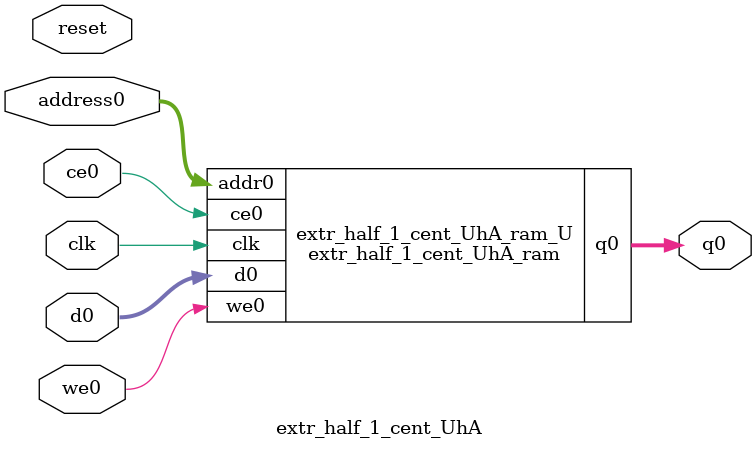
<source format=v>
`timescale 1 ns / 1 ps
module extr_half_1_cent_UhA_ram (addr0, ce0, d0, we0, q0,  clk);

parameter DWIDTH = 8;
parameter AWIDTH = 10;
parameter MEM_SIZE = 736;

input[AWIDTH-1:0] addr0;
input ce0;
input[DWIDTH-1:0] d0;
input we0;
output reg[DWIDTH-1:0] q0;
input clk;

(* ram_style = "block" *)reg [DWIDTH-1:0] ram[0:MEM_SIZE-1];




always @(posedge clk)  
begin 
    if (ce0) begin
        if (we0) 
            ram[addr0] <= d0; 
        q0 <= ram[addr0];
    end
end


endmodule

`timescale 1 ns / 1 ps
module extr_half_1_cent_UhA(
    reset,
    clk,
    address0,
    ce0,
    we0,
    d0,
    q0);

parameter DataWidth = 32'd8;
parameter AddressRange = 32'd736;
parameter AddressWidth = 32'd10;
input reset;
input clk;
input[AddressWidth - 1:0] address0;
input ce0;
input we0;
input[DataWidth - 1:0] d0;
output[DataWidth - 1:0] q0;



extr_half_1_cent_UhA_ram extr_half_1_cent_UhA_ram_U(
    .clk( clk ),
    .addr0( address0 ),
    .ce0( ce0 ),
    .we0( we0 ),
    .d0( d0 ),
    .q0( q0 ));

endmodule


</source>
